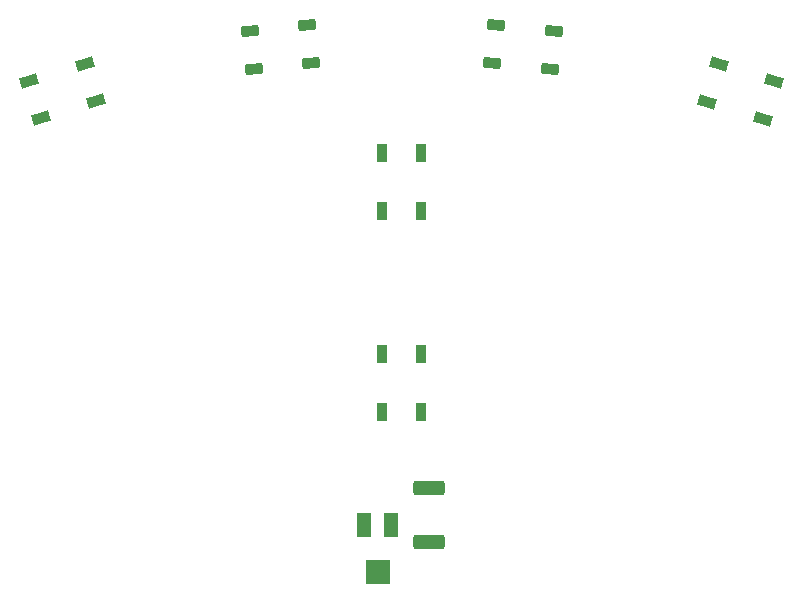
<source format=gbr>
%TF.GenerationSoftware,KiCad,Pcbnew,7.0.9*%
%TF.CreationDate,2025-01-15T18:35:07+09:00*%
%TF.ProjectId,line_side_robot2,6c696e65-5f73-4696-9465-5f726f626f74,rev?*%
%TF.SameCoordinates,Original*%
%TF.FileFunction,Paste,Top*%
%TF.FilePolarity,Positive*%
%FSLAX46Y46*%
G04 Gerber Fmt 4.6, Leading zero omitted, Abs format (unit mm)*
G04 Created by KiCad (PCBNEW 7.0.9) date 2025-01-15 18:35:07*
%MOMM*%
%LPD*%
G01*
G04 APERTURE LIST*
G04 Aperture macros list*
%AMRoundRect*
0 Rectangle with rounded corners*
0 $1 Rounding radius*
0 $2 $3 $4 $5 $6 $7 $8 $9 X,Y pos of 4 corners*
0 Add a 4 corners polygon primitive as box body*
4,1,4,$2,$3,$4,$5,$6,$7,$8,$9,$2,$3,0*
0 Add four circle primitives for the rounded corners*
1,1,$1+$1,$2,$3*
1,1,$1+$1,$4,$5*
1,1,$1+$1,$6,$7*
1,1,$1+$1,$8,$9*
0 Add four rect primitives between the rounded corners*
20,1,$1+$1,$2,$3,$4,$5,0*
20,1,$1+$1,$4,$5,$6,$7,0*
20,1,$1+$1,$6,$7,$8,$9,0*
20,1,$1+$1,$8,$9,$2,$3,0*%
%AMRotRect*
0 Rectangle, with rotation*
0 The origin of the aperture is its center*
0 $1 length*
0 $2 width*
0 $3 Rotation angle, in degrees counterclockwise*
0 Add horizontal line*
21,1,$1,$2,0,0,$3*%
G04 Aperture macros list end*
%ADD10RotRect,1.500000X0.900000X163.000000*%
%ADD11RotRect,1.500000X0.900000X197.000000*%
%ADD12R,0.900000X1.500000*%
%ADD13RoundRect,0.250000X1.075000X-0.362500X1.075000X0.362500X-1.075000X0.362500X-1.075000X-0.362500X0*%
%ADD14R,1.300000X2.000000*%
%ADD15R,2.000000X2.000000*%
%ADD16RotRect,1.500000X0.900000X186.000000*%
%ADD17RotRect,1.500000X0.900000X174.000000*%
G04 APERTURE END LIST*
D10*
%TO.C,D5*%
X184569476Y-33944056D03*
X185534303Y-30788250D03*
X180848410Y-29355628D03*
X179883583Y-32511434D03*
%TD*%
D11*
%TO.C,D3*%
X128152835Y-32487468D03*
X127188008Y-29331662D03*
X122502115Y-30764284D03*
X123466942Y-33920090D03*
%TD*%
D12*
%TO.C,D1*%
X152335000Y-58800000D03*
X155635000Y-58800000D03*
X155635000Y-53900000D03*
X152335000Y-53900000D03*
%TD*%
D13*
%TO.C,R1*%
X156330000Y-69822500D03*
X156330000Y-65197500D03*
%TD*%
D14*
%TO.C,RV1*%
X150840000Y-68330000D03*
D15*
X151990000Y-72330000D03*
D14*
X153140000Y-68330000D03*
%TD*%
D12*
%TO.C,D2*%
X152335000Y-41800000D03*
X155635000Y-41800000D03*
X155635000Y-36900000D03*
X152335000Y-36900000D03*
%TD*%
D16*
%TO.C,D6*%
X146371342Y-29268154D03*
X146026398Y-25986232D03*
X141153240Y-26498422D03*
X141498184Y-29780344D03*
%TD*%
D17*
%TO.C,D4*%
X166541367Y-29788912D03*
X166886311Y-26506990D03*
X162013153Y-25994800D03*
X161668209Y-29276722D03*
%TD*%
M02*

</source>
